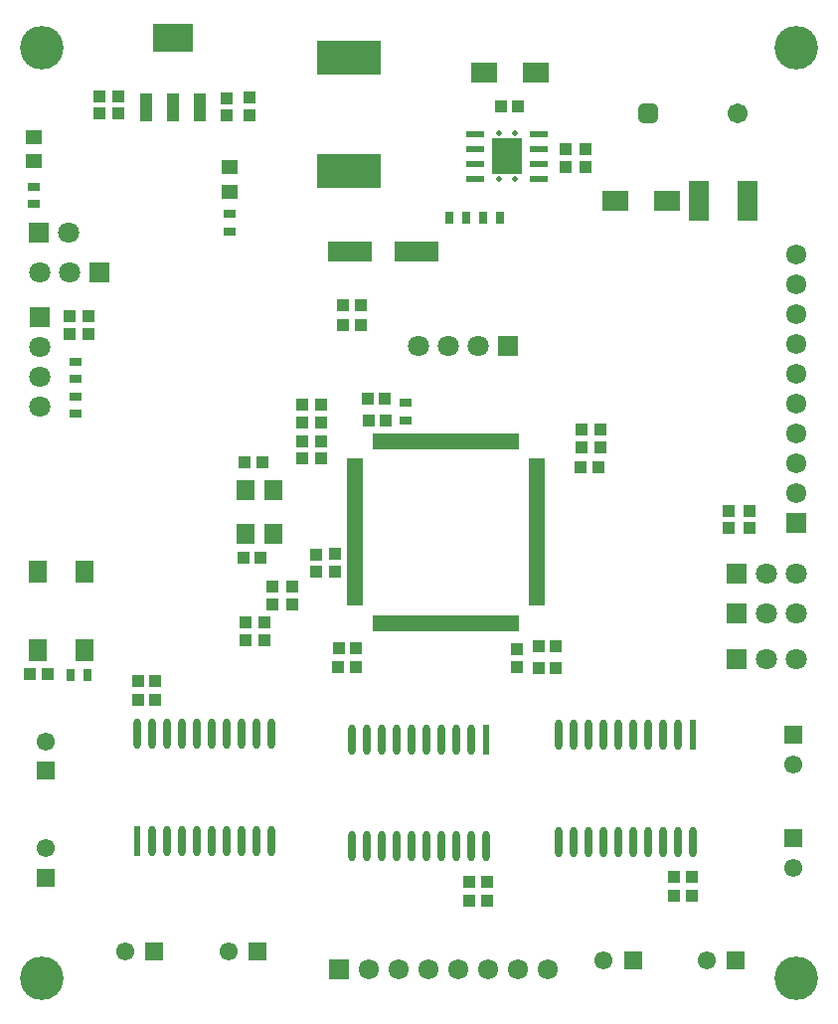
<source format=gbr>
G04*
G04 #@! TF.GenerationSoftware,Altium Limited,Altium Designer,22.9.1 (49)*
G04*
G04 Layer_Color=8388736*
%FSTAX24Y24*%
%MOIN*%
G70*
G04*
G04 #@! TF.SameCoordinates,D3726A14-7932-4F0B-9928-97F3702F6CAB*
G04*
G04*
G04 #@! TF.FilePolarity,Negative*
G04*
G01*
G75*
%ADD17R,0.1024X0.1220*%
%ADD22R,0.0610X0.0236*%
G04:AMPARAMS|DCode=25|XSize=102.5mil|YSize=24.5mil|CornerRadius=12.2mil|HoleSize=0mil|Usage=FLASHONLY|Rotation=90.000|XOffset=0mil|YOffset=0mil|HoleType=Round|Shape=RoundedRectangle|*
%AMROUNDEDRECTD25*
21,1,0.1025,0.0000,0,0,90.0*
21,1,0.0780,0.0245,0,0,90.0*
1,1,0.0245,0.0000,0.0390*
1,1,0.0245,0.0000,-0.0390*
1,1,0.0245,0.0000,-0.0390*
1,1,0.0245,0.0000,0.0390*
%
%ADD25ROUNDEDRECTD25*%
%ADD26R,0.0245X0.1025*%
%ADD29R,0.2126X0.1142*%
%ADD36R,0.0907X0.0690*%
%ADD37R,0.0395X0.0395*%
%ADD38R,0.0198X0.0552*%
%ADD39R,0.0552X0.0198*%
%ADD40R,0.0395X0.0395*%
%ADD41R,0.0297X0.0434*%
%ADD42R,0.0434X0.0297*%
%ADD43R,0.0690X0.1344*%
%ADD44R,0.1458X0.0710*%
%ADD45R,0.0552X0.0513*%
%ADD46R,0.1360X0.0926*%
%ADD47R,0.0434X0.0926*%
%ADD48R,0.0631X0.0710*%
%ADD49R,0.0631X0.0749*%
G04:AMPARAMS|DCode=50|XSize=67.1mil|YSize=67.1mil|CornerRadius=18.8mil|HoleSize=0mil|Usage=FLASHONLY|Rotation=0.000|XOffset=0mil|YOffset=0mil|HoleType=Round|Shape=RoundedRectangle|*
%AMROUNDEDRECTD50*
21,1,0.0671,0.0295,0,0,0.0*
21,1,0.0295,0.0671,0,0,0.0*
1,1,0.0375,0.0148,-0.0148*
1,1,0.0375,-0.0148,-0.0148*
1,1,0.0375,-0.0148,0.0148*
1,1,0.0375,0.0148,0.0148*
%
%ADD50ROUNDEDRECTD50*%
%ADD51C,0.0671*%
%ADD52C,0.1460*%
%ADD53C,0.0610*%
%ADD54R,0.0610X0.0610*%
%ADD55R,0.0610X0.0610*%
%ADD56R,0.0710X0.0710*%
%ADD57C,0.0710*%
%ADD58C,0.0678*%
%ADD59R,0.0678X0.0678*%
%ADD60R,0.0678X0.0678*%
%ADD61R,0.0710X0.0710*%
%ADD62C,0.0197*%
D17*
X0166Y0285D02*
D03*
D22*
X015537Y02925D02*
D03*
Y02875D02*
D03*
Y02825D02*
D03*
Y02775D02*
D03*
X017663D02*
D03*
Y02825D02*
D03*
Y02875D02*
D03*
Y02925D02*
D03*
D25*
X0042Y00914D02*
D03*
X0047D02*
D03*
X0052D02*
D03*
X0057D02*
D03*
X0062D02*
D03*
X0067D02*
D03*
X0072D02*
D03*
X0077D02*
D03*
X0082D02*
D03*
X0087D02*
D03*
Y005545D02*
D03*
X0082D02*
D03*
X0077D02*
D03*
X0072D02*
D03*
X0067D02*
D03*
X0062D02*
D03*
X0057D02*
D03*
X0052D02*
D03*
X0047D02*
D03*
X02285Y005503D02*
D03*
X02235D02*
D03*
X02185D02*
D03*
X02135D02*
D03*
X02085D02*
D03*
X02035D02*
D03*
X01985D02*
D03*
X01935D02*
D03*
X01885D02*
D03*
X01835D02*
D03*
Y009097D02*
D03*
X01885D02*
D03*
X01935D02*
D03*
X01985D02*
D03*
X02035D02*
D03*
X02085D02*
D03*
X02135D02*
D03*
X02185D02*
D03*
X02235D02*
D03*
X0159Y005353D02*
D03*
X0154D02*
D03*
X0149D02*
D03*
X0144D02*
D03*
X0139D02*
D03*
X0134D02*
D03*
X0129D02*
D03*
X0124D02*
D03*
X0119D02*
D03*
X0114D02*
D03*
Y008947D02*
D03*
X0119D02*
D03*
X0124D02*
D03*
X0129D02*
D03*
X0134D02*
D03*
X0139D02*
D03*
X0144D02*
D03*
X0149D02*
D03*
X0154D02*
D03*
D26*
X0042Y005545D02*
D03*
X02285Y009097D02*
D03*
X0159Y008947D02*
D03*
D29*
X0113Y027991D02*
D03*
Y031809D02*
D03*
D36*
X021966Y027D02*
D03*
X015834Y0313D02*
D03*
X017566D02*
D03*
X020234Y027D02*
D03*
D37*
X0102Y01515D02*
D03*
Y014559D02*
D03*
X010832Y015165D02*
D03*
Y014575D02*
D03*
X01857Y028135D02*
D03*
Y028725D02*
D03*
X01922Y028135D02*
D03*
Y028725D02*
D03*
X009402Y013485D02*
D03*
Y014075D02*
D03*
X00872D02*
D03*
Y013485D02*
D03*
X008452Y012856D02*
D03*
Y012265D02*
D03*
X00782Y012875D02*
D03*
Y012285D02*
D03*
X01692Y011975D02*
D03*
Y011385D02*
D03*
X00293Y029925D02*
D03*
Y030515D02*
D03*
X00358Y029925D02*
D03*
Y030515D02*
D03*
X0072Y029859D02*
D03*
Y03045D02*
D03*
X00798Y029875D02*
D03*
Y030465D02*
D03*
X00973Y019575D02*
D03*
Y020165D02*
D03*
X01038Y018355D02*
D03*
Y018946D02*
D03*
Y019575D02*
D03*
Y020165D02*
D03*
X01972Y019325D02*
D03*
Y018735D02*
D03*
X00973Y018355D02*
D03*
Y018946D02*
D03*
X019088Y019325D02*
D03*
Y018735D02*
D03*
X02473Y016025D02*
D03*
Y016615D02*
D03*
X02403Y016025D02*
D03*
Y016615D02*
D03*
X001938Y023125D02*
D03*
Y022535D02*
D03*
X00257Y023125D02*
D03*
Y022535D02*
D03*
D38*
X012188Y018951D02*
D03*
X012385D02*
D03*
X012581D02*
D03*
X012778D02*
D03*
X012975D02*
D03*
X013172D02*
D03*
X013369D02*
D03*
X013566D02*
D03*
X013763D02*
D03*
X013959D02*
D03*
X014156D02*
D03*
X014353D02*
D03*
X01455D02*
D03*
X014747D02*
D03*
X014944D02*
D03*
X015141D02*
D03*
X015337D02*
D03*
X015534D02*
D03*
X015731D02*
D03*
X015928D02*
D03*
X016125D02*
D03*
X016322D02*
D03*
X016518D02*
D03*
X016715D02*
D03*
X016912D02*
D03*
Y012849D02*
D03*
X016715D02*
D03*
X016518D02*
D03*
X016322D02*
D03*
X016125D02*
D03*
X015928D02*
D03*
X015731D02*
D03*
X015534D02*
D03*
X015337D02*
D03*
X015141D02*
D03*
X014944D02*
D03*
X014747D02*
D03*
X01455D02*
D03*
X014353D02*
D03*
X014156D02*
D03*
X013959D02*
D03*
X013763D02*
D03*
X013566D02*
D03*
X013369D02*
D03*
X013172D02*
D03*
X012975D02*
D03*
X012778D02*
D03*
X012581D02*
D03*
X012385D02*
D03*
X012188D02*
D03*
D39*
X017601Y018262D02*
D03*
Y018065D02*
D03*
Y017868D02*
D03*
Y017672D02*
D03*
Y017475D02*
D03*
Y017278D02*
D03*
Y017081D02*
D03*
Y016884D02*
D03*
Y016687D02*
D03*
Y016491D02*
D03*
Y016294D02*
D03*
Y016097D02*
D03*
Y0159D02*
D03*
Y015703D02*
D03*
Y015506D02*
D03*
Y015309D02*
D03*
Y015113D02*
D03*
Y014916D02*
D03*
Y014719D02*
D03*
Y014522D02*
D03*
Y014325D02*
D03*
Y014128D02*
D03*
Y013931D02*
D03*
Y013735D02*
D03*
Y013538D02*
D03*
X011499D02*
D03*
Y013735D02*
D03*
Y013931D02*
D03*
Y014128D02*
D03*
Y014325D02*
D03*
Y014522D02*
D03*
Y014719D02*
D03*
Y014916D02*
D03*
Y015113D02*
D03*
Y015309D02*
D03*
Y015506D02*
D03*
Y015703D02*
D03*
Y0159D02*
D03*
Y016097D02*
D03*
Y016294D02*
D03*
Y016491D02*
D03*
Y016687D02*
D03*
Y016884D02*
D03*
Y017081D02*
D03*
Y017278D02*
D03*
Y017475D02*
D03*
Y017672D02*
D03*
Y017868D02*
D03*
Y018065D02*
D03*
Y018262D02*
D03*
D40*
X016385Y03018D02*
D03*
X016975D02*
D03*
X011525Y011368D02*
D03*
X010935D02*
D03*
X01155Y012D02*
D03*
X010959D02*
D03*
X017651Y01135D02*
D03*
X018241D02*
D03*
X017651Y01207D02*
D03*
X018241D02*
D03*
X011959Y01965D02*
D03*
X01255D02*
D03*
X0111Y0235D02*
D03*
X011691D02*
D03*
X011109Y02285D02*
D03*
X0117D02*
D03*
X0228Y00435D02*
D03*
X022209D02*
D03*
X0228Y0037D02*
D03*
X022209D02*
D03*
X015925Y004162D02*
D03*
X015335D02*
D03*
X015925Y00353D02*
D03*
X015335D02*
D03*
X004225Y010255D02*
D03*
X004815D02*
D03*
X004225Y010886D02*
D03*
X004815D02*
D03*
X00835Y015052D02*
D03*
X007759D02*
D03*
X0078Y01825D02*
D03*
X008391D02*
D03*
X0012Y011142D02*
D03*
X000609D02*
D03*
X019075Y01807D02*
D03*
X019665D02*
D03*
X011925Y02037D02*
D03*
X012515D02*
D03*
D41*
X015807Y02645D02*
D03*
X016378D02*
D03*
X014665D02*
D03*
X015235D02*
D03*
X001979Y011102D02*
D03*
X00255D02*
D03*
D42*
X013214Y020221D02*
D03*
Y01965D02*
D03*
X00075Y026915D02*
D03*
Y027485D02*
D03*
X0073Y025983D02*
D03*
Y026554D02*
D03*
X00215Y021029D02*
D03*
Y0216D02*
D03*
Y020435D02*
D03*
Y019865D02*
D03*
D43*
X023023Y027D02*
D03*
X024677D02*
D03*
D44*
X013552Y0253D02*
D03*
X011348D02*
D03*
D45*
X00075Y028323D02*
D03*
Y02915D02*
D03*
X0073Y0273D02*
D03*
Y028127D02*
D03*
D46*
X005407Y032454D02*
D03*
D47*
X006309Y030146D02*
D03*
X005407D02*
D03*
X004505D02*
D03*
D48*
X008753Y017317D02*
D03*
Y015821D02*
D03*
X007847D02*
D03*
Y017317D02*
D03*
D49*
X000863Y011931D02*
D03*
Y014569D02*
D03*
X002437Y011931D02*
D03*
Y014569D02*
D03*
D50*
X021334Y029938D02*
D03*
D51*
X024334D02*
D03*
D52*
X0263Y03215D02*
D03*
X001D02*
D03*
Y00095D02*
D03*
X0263D02*
D03*
D53*
X0262Y00465D02*
D03*
X01984Y00155D02*
D03*
X023296D02*
D03*
X0262Y008116D02*
D03*
X007256Y00185D02*
D03*
X0038D02*
D03*
X00115Y0053D02*
D03*
Y008884D02*
D03*
D54*
X0262Y005634D02*
D03*
Y0091D02*
D03*
X00115Y004316D02*
D03*
Y0079D02*
D03*
D55*
X020824Y00155D02*
D03*
X02428D02*
D03*
X008241Y00185D02*
D03*
X004784D02*
D03*
D56*
X0243Y01165D02*
D03*
X01665Y02215D02*
D03*
X0243Y0145D02*
D03*
X00295Y0246D02*
D03*
X0009Y025936D02*
D03*
X0243Y013164D02*
D03*
D57*
X0253Y01165D02*
D03*
X0263D02*
D03*
X01365Y02215D02*
D03*
X01465D02*
D03*
X01565D02*
D03*
X00095Y0201D02*
D03*
Y0211D02*
D03*
Y0221D02*
D03*
X0253Y0145D02*
D03*
X0263D02*
D03*
X00195Y0246D02*
D03*
X00095D02*
D03*
X0019Y025936D02*
D03*
X0253Y013164D02*
D03*
X0263D02*
D03*
D58*
X01796Y00125D02*
D03*
X01696D02*
D03*
X01296D02*
D03*
X01196D02*
D03*
X01396D02*
D03*
X01496D02*
D03*
X01596D02*
D03*
X0263Y022204D02*
D03*
Y018204D02*
D03*
Y017204D02*
D03*
Y019204D02*
D03*
Y020204D02*
D03*
Y021204D02*
D03*
Y023204D02*
D03*
Y024204D02*
D03*
Y025204D02*
D03*
D59*
X01096Y00125D02*
D03*
D60*
X0263Y016204D02*
D03*
D61*
X00095Y0231D02*
D03*
D62*
X016344Y029268D02*
D03*
X016856D02*
D03*
X016344Y028756D02*
D03*
X016856D02*
D03*
X016344Y028244D02*
D03*
X016856D02*
D03*
X016344Y027732D02*
D03*
X016856D02*
D03*
M02*

</source>
